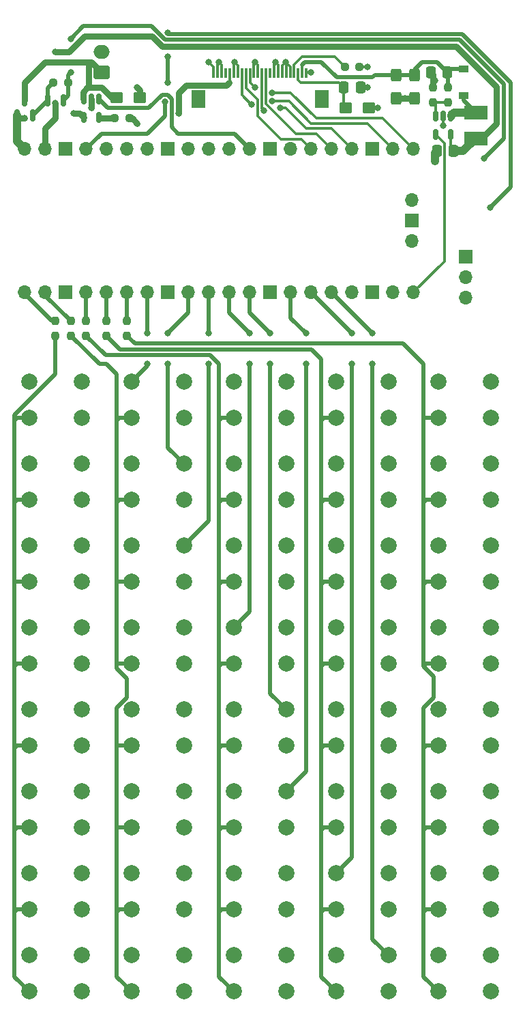
<source format=gbr>
%TF.GenerationSoftware,KiCad,Pcbnew,6.0.5+dfsg-1~bpo11+1*%
%TF.CreationDate,2022-10-03T08:51:32+13:00*%
%TF.ProjectId,ThinCalculator,5468696e-4361-46c6-9375-6c61746f722e,rev?*%
%TF.SameCoordinates,Original*%
%TF.FileFunction,Copper,L1,Top*%
%TF.FilePolarity,Positive*%
%FSLAX46Y46*%
G04 Gerber Fmt 4.6, Leading zero omitted, Abs format (unit mm)*
G04 Created by KiCad (PCBNEW 6.0.5+dfsg-1~bpo11+1) date 2022-10-03 08:51:32*
%MOMM*%
%LPD*%
G01*
G04 APERTURE LIST*
G04 Aperture macros list*
%AMRoundRect*
0 Rectangle with rounded corners*
0 $1 Rounding radius*
0 $2 $3 $4 $5 $6 $7 $8 $9 X,Y pos of 4 corners*
0 Add a 4 corners polygon primitive as box body*
4,1,4,$2,$3,$4,$5,$6,$7,$8,$9,$2,$3,0*
0 Add four circle primitives for the rounded corners*
1,1,$1+$1,$2,$3*
1,1,$1+$1,$4,$5*
1,1,$1+$1,$6,$7*
1,1,$1+$1,$8,$9*
0 Add four rect primitives between the rounded corners*
20,1,$1+$1,$2,$3,$4,$5,0*
20,1,$1+$1,$4,$5,$6,$7,0*
20,1,$1+$1,$6,$7,$8,$9,0*
20,1,$1+$1,$8,$9,$2,$3,0*%
G04 Aperture macros list end*
%TA.AperFunction,ComponentPad*%
%ADD10O,2.000000X1.700000*%
%TD*%
%TA.AperFunction,ComponentPad*%
%ADD11RoundRect,0.250000X0.750000X-0.600000X0.750000X0.600000X-0.750000X0.600000X-0.750000X-0.600000X0*%
%TD*%
%TA.AperFunction,SMDPad,CuDef*%
%ADD12R,0.300000X1.300000*%
%TD*%
%TA.AperFunction,SMDPad,CuDef*%
%ADD13R,1.800000X2.200000*%
%TD*%
%TA.AperFunction,ComponentPad*%
%ADD14R,1.700000X1.700000*%
%TD*%
%TA.AperFunction,ComponentPad*%
%ADD15O,1.700000X1.700000*%
%TD*%
%TA.AperFunction,SMDPad,CuDef*%
%ADD16R,1.200000X0.900000*%
%TD*%
%TA.AperFunction,SMDPad,CuDef*%
%ADD17RoundRect,0.237500X-0.237500X0.250000X-0.237500X-0.250000X0.237500X-0.250000X0.237500X0.250000X0*%
%TD*%
%TA.AperFunction,SMDPad,CuDef*%
%ADD18RoundRect,0.237500X0.237500X-0.250000X0.237500X0.250000X-0.237500X0.250000X-0.237500X-0.250000X0*%
%TD*%
%TA.AperFunction,SMDPad,CuDef*%
%ADD19RoundRect,0.250000X0.337500X0.475000X-0.337500X0.475000X-0.337500X-0.475000X0.337500X-0.475000X0*%
%TD*%
%TA.AperFunction,SMDPad,CuDef*%
%ADD20R,2.900000X1.800000*%
%TD*%
%TA.AperFunction,SMDPad,CuDef*%
%ADD21RoundRect,0.150000X-0.150000X0.512500X-0.150000X-0.512500X0.150000X-0.512500X0.150000X0.512500X0*%
%TD*%
%TA.AperFunction,ComponentPad*%
%ADD22C,2.000000*%
%TD*%
%TA.AperFunction,SMDPad,CuDef*%
%ADD23RoundRect,0.237500X0.250000X0.237500X-0.250000X0.237500X-0.250000X-0.237500X0.250000X-0.237500X0*%
%TD*%
%TA.AperFunction,SMDPad,CuDef*%
%ADD24RoundRect,0.150000X0.150000X-0.587500X0.150000X0.587500X-0.150000X0.587500X-0.150000X-0.587500X0*%
%TD*%
%TA.AperFunction,SMDPad,CuDef*%
%ADD25RoundRect,0.250000X-0.425000X0.537500X-0.425000X-0.537500X0.425000X-0.537500X0.425000X0.537500X0*%
%TD*%
%TA.AperFunction,SMDPad,CuDef*%
%ADD26RoundRect,0.237500X-0.250000X-0.237500X0.250000X-0.237500X0.250000X0.237500X-0.250000X0.237500X0*%
%TD*%
%TA.AperFunction,SMDPad,CuDef*%
%ADD27RoundRect,0.150000X-0.150000X0.587500X-0.150000X-0.587500X0.150000X-0.587500X0.150000X0.587500X0*%
%TD*%
%TA.AperFunction,SMDPad,CuDef*%
%ADD28RoundRect,0.250000X-0.337500X-0.475000X0.337500X-0.475000X0.337500X0.475000X-0.337500X0.475000X0*%
%TD*%
%TA.AperFunction,SMDPad,CuDef*%
%ADD29RoundRect,0.250000X-0.537500X-0.425000X0.537500X-0.425000X0.537500X0.425000X-0.537500X0.425000X0*%
%TD*%
%TA.AperFunction,ViaPad*%
%ADD30C,0.800000*%
%TD*%
%TA.AperFunction,Conductor*%
%ADD31C,0.300000*%
%TD*%
%TA.AperFunction,Conductor*%
%ADD32C,0.500000*%
%TD*%
%TA.AperFunction,Conductor*%
%ADD33C,0.800000*%
%TD*%
%TA.AperFunction,Conductor*%
%ADD34C,1.000000*%
%TD*%
G04 APERTURE END LIST*
D10*
%TO.P,J2,2,Pin_2*%
%TO.N,GND*%
X110226974Y-39781974D03*
D11*
%TO.P,J2,1,Pin_1*%
%TO.N,VBAT*%
X110226974Y-42281974D03*
%TD*%
D12*
%TO.P,U3,1,GND*%
%TO.N,GND*%
X124161974Y-42336974D03*
%TO.P,U3,2,VLSS*%
X124661974Y-42336974D03*
%TO.P,U3,3,VSS*%
X125161974Y-42336974D03*
%TO.P,U3,4,N/C*%
%TO.N,unconnected-(U3-Pad4)*%
X125661974Y-42336974D03*
%TO.P,U3,5,VDD*%
%TO.N,+3V3*%
X126161974Y-42336974D03*
%TO.P,U3,6,BS1*%
%TO.N,GND*%
X126661974Y-42336974D03*
%TO.P,U3,7,BS2*%
X127161974Y-42336974D03*
%TO.P,U3,8,CS#*%
%TO.N,CS*%
X127661974Y-42336974D03*
%TO.P,U3,9,RES#*%
%TO.N,RESET*%
X128161974Y-42336974D03*
%TO.P,U3,10,D/C#*%
%TO.N,DC*%
X128661974Y-42336974D03*
%TO.P,U3,11,R/W#*%
%TO.N,GND*%
X129161974Y-42336974D03*
%TO.P,U3,12,E/RD#*%
X129661974Y-42336974D03*
%TO.P,U3,13,D0/SCK*%
%TO.N,SCK*%
X130161974Y-42336974D03*
%TO.P,U3,14,D1/SDA*%
%TO.N,SDO*%
X130661974Y-42336974D03*
%TO.P,U3,15,D2/SDA*%
%TO.N,unconnected-(U3-Pad15)*%
X131161974Y-42336974D03*
%TO.P,U3,16,D3*%
%TO.N,GND*%
X131661974Y-42336974D03*
%TO.P,U3,17,D4*%
X132161974Y-42336974D03*
%TO.P,U3,18,D5*%
X132661974Y-42336974D03*
%TO.P,U3,19,D6*%
X133161974Y-42336974D03*
%TO.P,U3,20,D7*%
X133661974Y-42336974D03*
%TO.P,U3,21,IREF*%
%TO.N,Net-(R4-Pad2)*%
X134161974Y-42336974D03*
%TO.P,U3,22,VCOM*%
%TO.N,Net-(C5-Pad1)*%
X134661974Y-42336974D03*
%TO.P,U3,23,VOP*%
%TO.N,VOP*%
X135161974Y-42336974D03*
%TO.P,U3,24,GND*%
%TO.N,GND*%
X135661974Y-42336974D03*
D13*
%TO.P,U3,MP*%
%TO.N,N/C*%
X137561974Y-45586974D03*
X122261974Y-45586974D03*
%TD*%
D14*
%TO.P,J1,1,Pin_1*%
%TO.N,Net-(J1-Pad1)*%
X155438974Y-65141974D03*
D15*
%TO.P,J1,2,Pin_2*%
%TO.N,GND*%
X155438974Y-67681974D03*
%TO.P,J1,3,Pin_3*%
%TO.N,Net-(J1-Pad3)*%
X155438974Y-70221974D03*
%TD*%
D16*
%TO.P,D1,1,K*%
%TO.N,VOP*%
X155184974Y-41901974D03*
%TO.P,D1,2,A*%
%TO.N,Net-(D1-Pad2)*%
X155184974Y-45201974D03*
%TD*%
D17*
%TO.P,R1,1*%
%TO.N,VOP*%
X153279974Y-44163474D03*
%TO.P,R1,2*%
%TO.N,Net-(R1-Pad2)*%
X153279974Y-45988474D03*
%TD*%
D18*
%TO.P,R2,1*%
%TO.N,Net-(R1-Pad2)*%
X151374974Y-45988474D03*
%TO.P,R2,2*%
%TO.N,GND*%
X151374974Y-44163474D03*
%TD*%
D19*
%TO.P,C1,1*%
%TO.N,VSYS*%
X153936474Y-52060974D03*
%TO.P,C1,2*%
%TO.N,GND*%
X151861474Y-52060974D03*
%TD*%
D20*
%TO.P,L1,1,1*%
%TO.N,VSYS*%
X156708974Y-50485974D03*
%TO.P,L1,2,2*%
%TO.N,Net-(D1-Pad2)*%
X156708974Y-47285974D03*
%TD*%
D19*
%TO.P,C2,1*%
%TO.N,VOP*%
X153174474Y-42281974D03*
%TO.P,C2,2*%
%TO.N,GND*%
X151099474Y-42281974D03*
%TD*%
D21*
%TO.P,U1,1,SW*%
%TO.N,Net-(D1-Pad2)*%
X153594974Y-47748474D03*
%TO.P,U1,2,GND*%
%TO.N,GND*%
X152644974Y-47748474D03*
%TO.P,U1,3,FB*%
%TO.N,Net-(R1-Pad2)*%
X151694974Y-47748474D03*
%TO.P,U1,4,~{SHDN}*%
%TO.N,OLED_POWER_EN*%
X151694974Y-50023474D03*
%TO.P,U1,5,IN*%
%TO.N,VSYS*%
X153594974Y-50023474D03*
%TD*%
D22*
%TO.P,SW41,1,1*%
%TO.N,ROW8*%
X158561974Y-151791974D03*
X152061974Y-151791974D03*
%TO.P,SW41,2,2*%
%TO.N,Net-(R6-Pad2)*%
X158561974Y-156291974D03*
X152061974Y-156291974D03*
%TD*%
%TO.P,SW40,1,1*%
%TO.N,ROW7*%
X158561974Y-141631974D03*
X152061974Y-141631974D03*
%TO.P,SW40,2,2*%
%TO.N,Net-(R6-Pad2)*%
X158561974Y-146131974D03*
X152061974Y-146131974D03*
%TD*%
%TO.P,SW39,1,1*%
%TO.N,ROW6*%
X158561974Y-131471974D03*
X152061974Y-131471974D03*
%TO.P,SW39,2,2*%
%TO.N,Net-(R6-Pad2)*%
X158561974Y-135971974D03*
X152061974Y-135971974D03*
%TD*%
%TO.P,SW38,1,1*%
%TO.N,ROW5*%
X158561974Y-121311974D03*
X152061974Y-121311974D03*
%TO.P,SW38,2,2*%
%TO.N,Net-(R6-Pad2)*%
X158561974Y-125811974D03*
X152061974Y-125811974D03*
%TD*%
%TO.P,SW37,1,1*%
%TO.N,ROW4*%
X158561974Y-111151974D03*
X152061974Y-111151974D03*
%TO.P,SW37,2,2*%
%TO.N,Net-(R6-Pad2)*%
X158561974Y-115651974D03*
X152061974Y-115651974D03*
%TD*%
%TO.P,SW36,1,1*%
%TO.N,ROW3*%
X158561974Y-100991974D03*
X152061974Y-100991974D03*
%TO.P,SW36,2,2*%
%TO.N,Net-(R6-Pad2)*%
X158561974Y-105491974D03*
X152061974Y-105491974D03*
%TD*%
%TO.P,SW35,1,1*%
%TO.N,ROW2*%
X158561974Y-90831974D03*
X152061974Y-90831974D03*
%TO.P,SW35,2,2*%
%TO.N,Net-(R6-Pad2)*%
X158561974Y-95331974D03*
X152061974Y-95331974D03*
%TD*%
%TO.P,SW34,1,1*%
%TO.N,ROW1*%
X158561974Y-80671974D03*
X152061974Y-80671974D03*
%TO.P,SW34,2,2*%
%TO.N,Net-(R6-Pad2)*%
X158561974Y-85171974D03*
X152061974Y-85171974D03*
%TD*%
%TO.P,SW33,1,1*%
%TO.N,ROW8*%
X145861974Y-151791974D03*
X139361974Y-151791974D03*
%TO.P,SW33,2,2*%
%TO.N,Net-(R9-Pad2)*%
X145861974Y-156291974D03*
X139361974Y-156291974D03*
%TD*%
%TO.P,SW32,1,1*%
%TO.N,ROW7*%
X145861974Y-141631974D03*
X139361974Y-141631974D03*
%TO.P,SW32,2,2*%
%TO.N,Net-(R9-Pad2)*%
X145861974Y-146131974D03*
X139361974Y-146131974D03*
%TD*%
%TO.P,SW31,1,1*%
%TO.N,ROW6*%
X145861974Y-131471974D03*
X139361974Y-131471974D03*
%TO.P,SW31,2,2*%
%TO.N,Net-(R9-Pad2)*%
X145861974Y-135971974D03*
X139361974Y-135971974D03*
%TD*%
%TO.P,SW30,1,1*%
%TO.N,ROW5*%
X145861974Y-121311974D03*
X139361974Y-121311974D03*
%TO.P,SW30,2,2*%
%TO.N,Net-(R9-Pad2)*%
X145861974Y-125811974D03*
X139361974Y-125811974D03*
%TD*%
%TO.P,SW29,1,1*%
%TO.N,ROW4*%
X145861974Y-111151974D03*
X139361974Y-111151974D03*
%TO.P,SW29,2,2*%
%TO.N,Net-(R9-Pad2)*%
X145861974Y-115651974D03*
X139361974Y-115651974D03*
%TD*%
%TO.P,SW28,1,1*%
%TO.N,ROW3*%
X145861974Y-100991974D03*
X139361974Y-100991974D03*
%TO.P,SW28,2,2*%
%TO.N,Net-(R9-Pad2)*%
X145861974Y-105491974D03*
X139361974Y-105491974D03*
%TD*%
%TO.P,SW27,1,1*%
%TO.N,ROW2*%
X145861974Y-90831974D03*
X139361974Y-90831974D03*
%TO.P,SW27,2,2*%
%TO.N,Net-(R9-Pad2)*%
X145861974Y-95331974D03*
X139361974Y-95331974D03*
%TD*%
%TO.P,SW26,1,1*%
%TO.N,ROW1*%
X145861974Y-80671974D03*
X139361974Y-80671974D03*
%TO.P,SW26,2,2*%
%TO.N,Net-(R9-Pad2)*%
X145861974Y-85171974D03*
X139361974Y-85171974D03*
%TD*%
%TO.P,SW25,1,1*%
%TO.N,ROW8*%
X133161974Y-151791974D03*
X126661974Y-151791974D03*
%TO.P,SW25,2,2*%
%TO.N,Net-(R7-Pad2)*%
X133161974Y-156291974D03*
X126661974Y-156291974D03*
%TD*%
%TO.P,SW24,1,1*%
%TO.N,ROW7*%
X133161974Y-141631974D03*
X126661974Y-141631974D03*
%TO.P,SW24,2,2*%
%TO.N,Net-(R7-Pad2)*%
X133161974Y-146131974D03*
X126661974Y-146131974D03*
%TD*%
%TO.P,SW23,1,1*%
%TO.N,ROW6*%
X133161974Y-131471974D03*
X126661974Y-131471974D03*
%TO.P,SW23,2,2*%
%TO.N,Net-(R7-Pad2)*%
X133161974Y-135971974D03*
X126661974Y-135971974D03*
%TD*%
%TO.P,SW22,1,1*%
%TO.N,ROW5*%
X133161974Y-121311974D03*
X126661974Y-121311974D03*
%TO.P,SW22,2,2*%
%TO.N,Net-(R7-Pad2)*%
X133161974Y-125811974D03*
X126661974Y-125811974D03*
%TD*%
%TO.P,SW21,1,1*%
%TO.N,ROW4*%
X133161974Y-111151974D03*
X126661974Y-111151974D03*
%TO.P,SW21,2,2*%
%TO.N,Net-(R7-Pad2)*%
X133161974Y-115651974D03*
X126661974Y-115651974D03*
%TD*%
%TO.P,SW20,1,1*%
%TO.N,ROW3*%
X133161974Y-100991974D03*
X126661974Y-100991974D03*
%TO.P,SW20,2,2*%
%TO.N,Net-(R7-Pad2)*%
X133161974Y-105491974D03*
X126661974Y-105491974D03*
%TD*%
%TO.P,SW19,1,1*%
%TO.N,ROW2*%
X133161974Y-90831974D03*
X126661974Y-90831974D03*
%TO.P,SW19,2,2*%
%TO.N,Net-(R7-Pad2)*%
X133161974Y-95331974D03*
X126661974Y-95331974D03*
%TD*%
%TO.P,SW18,1,1*%
%TO.N,ROW1*%
X133161974Y-80671974D03*
X126661974Y-80671974D03*
%TO.P,SW18,2,2*%
%TO.N,Net-(R7-Pad2)*%
X133161974Y-85171974D03*
X126661974Y-85171974D03*
%TD*%
%TO.P,SW17,1,1*%
%TO.N,ROW8*%
X120461974Y-151791974D03*
X113961974Y-151791974D03*
%TO.P,SW17,2,2*%
%TO.N,Net-(R10-Pad2)*%
X120461974Y-156291974D03*
X113961974Y-156291974D03*
%TD*%
%TO.P,SW16,1,1*%
%TO.N,ROW7*%
X120461974Y-141631974D03*
X113961974Y-141631974D03*
%TO.P,SW16,2,2*%
%TO.N,Net-(R10-Pad2)*%
X120461974Y-146131974D03*
X113961974Y-146131974D03*
%TD*%
%TO.P,SW15,1,1*%
%TO.N,ROW6*%
X120461974Y-131471974D03*
X113961974Y-131471974D03*
%TO.P,SW15,2,2*%
%TO.N,Net-(R10-Pad2)*%
X120461974Y-135971974D03*
X113961974Y-135971974D03*
%TD*%
%TO.P,SW14,1,1*%
%TO.N,ROW5*%
X120461974Y-121311974D03*
X113961974Y-121311974D03*
%TO.P,SW14,2,2*%
%TO.N,Net-(R10-Pad2)*%
X120461974Y-125811974D03*
X113961974Y-125811974D03*
%TD*%
%TO.P,SW13,1,1*%
%TO.N,ROW4*%
X120461974Y-111151974D03*
X113961974Y-111151974D03*
%TO.P,SW13,2,2*%
%TO.N,Net-(R10-Pad2)*%
X120461974Y-115651974D03*
X113961974Y-115651974D03*
%TD*%
%TO.P,SW12,1,1*%
%TO.N,ROW3*%
X120461974Y-100991974D03*
X113961974Y-100991974D03*
%TO.P,SW12,2,2*%
%TO.N,Net-(R10-Pad2)*%
X120461974Y-105491974D03*
X113961974Y-105491974D03*
%TD*%
%TO.P,SW11,1,1*%
%TO.N,ROW2*%
X120461974Y-90831974D03*
X113961974Y-90831974D03*
%TO.P,SW11,2,2*%
%TO.N,Net-(R10-Pad2)*%
X120461974Y-95331974D03*
X113961974Y-95331974D03*
%TD*%
%TO.P,SW10,1,1*%
%TO.N,ROW1*%
X120461974Y-80671974D03*
X113961974Y-80671974D03*
%TO.P,SW10,2,2*%
%TO.N,Net-(R10-Pad2)*%
X120461974Y-85171974D03*
X113961974Y-85171974D03*
%TD*%
%TO.P,SW9,1,1*%
%TO.N,ROW8*%
X107761974Y-151791974D03*
X101261974Y-151791974D03*
%TO.P,SW9,2,2*%
%TO.N,Net-(R8-Pad2)*%
X107761974Y-156291974D03*
X101261974Y-156291974D03*
%TD*%
%TO.P,SW8,1,1*%
%TO.N,ROW7*%
X107761974Y-141631974D03*
X101261974Y-141631974D03*
%TO.P,SW8,2,2*%
%TO.N,Net-(R8-Pad2)*%
X107761974Y-146131974D03*
X101261974Y-146131974D03*
%TD*%
%TO.P,SW7,1,1*%
%TO.N,ROW6*%
X107761974Y-131471974D03*
X101261974Y-131471974D03*
%TO.P,SW7,2,2*%
%TO.N,Net-(R8-Pad2)*%
X107761974Y-135971974D03*
X101261974Y-135971974D03*
%TD*%
%TO.P,SW6,1,1*%
%TO.N,ROW5*%
X107761974Y-121311974D03*
X101261974Y-121311974D03*
%TO.P,SW6,2,2*%
%TO.N,Net-(R8-Pad2)*%
X107761974Y-125811974D03*
X101261974Y-125811974D03*
%TD*%
%TO.P,SW5,1,1*%
%TO.N,ROW4*%
X107761974Y-111151974D03*
X101261974Y-111151974D03*
%TO.P,SW5,2,2*%
%TO.N,Net-(R8-Pad2)*%
X107761974Y-115651974D03*
X101261974Y-115651974D03*
%TD*%
%TO.P,SW4,1,1*%
%TO.N,ROW3*%
X107761974Y-100991974D03*
X101261974Y-100991974D03*
%TO.P,SW4,2,2*%
%TO.N,Net-(R8-Pad2)*%
X107761974Y-105491974D03*
X101261974Y-105491974D03*
%TD*%
%TO.P,SW3,1,1*%
%TO.N,ROW2*%
X107761974Y-90831974D03*
X101261974Y-90831974D03*
%TO.P,SW3,2,2*%
%TO.N,Net-(R8-Pad2)*%
X107761974Y-95331974D03*
X101261974Y-95331974D03*
%TD*%
%TO.P,SW2,1,1*%
%TO.N,ROW1*%
X107761974Y-80671974D03*
X101261974Y-80671974D03*
%TO.P,SW2,2,2*%
%TO.N,Net-(R8-Pad2)*%
X107761974Y-85171974D03*
X101261974Y-85171974D03*
%TD*%
D23*
%TO.P,R4,1*%
%TO.N,GND*%
X142254474Y-41646974D03*
%TO.P,R4,2*%
%TO.N,Net-(R4-Pad2)*%
X140429474Y-41646974D03*
%TD*%
%TO.P,R3,1*%
%TO.N,Net-(Q1-Pad1)*%
X106059474Y-43551974D03*
%TO.P,R3,2*%
%TO.N,Net-(Q1-Pad2)*%
X104234474Y-43551974D03*
%TD*%
D24*
%TO.P,Q2,3,D*%
%TO.N,VBAT*%
X100701974Y-45789474D03*
%TO.P,Q2,2,S*%
%TO.N,Net-(Q1-Pad2)*%
X101651974Y-47664474D03*
%TO.P,Q2,1,G*%
%TO.N,VBUS*%
X99751974Y-47664474D03*
%TD*%
D25*
%TO.P,C4,1*%
%TO.N,VOP*%
X146802974Y-42622474D03*
%TO.P,C4,2*%
%TO.N,GND*%
X146802974Y-45497474D03*
%TD*%
D26*
%TO.P,R5,1*%
%TO.N,Net-(R5-Pad1)*%
X111854474Y-47996974D03*
%TO.P,R5,2*%
%TO.N,GND*%
X113679474Y-47996974D03*
%TD*%
D17*
%TO.P,R10,1*%
%TO.N,COL2*%
X106416974Y-73119474D03*
%TO.P,R10,2*%
%TO.N,Net-(R10-Pad2)*%
X106416974Y-74944474D03*
%TD*%
%TO.P,R6,1*%
%TO.N,COL5*%
X113401974Y-73119474D03*
%TO.P,R6,2*%
%TO.N,Net-(R6-Pad2)*%
X113401974Y-74944474D03*
%TD*%
%TO.P,R7,1*%
%TO.N,COL3*%
X108321974Y-73119474D03*
%TO.P,R7,2*%
%TO.N,Net-(R7-Pad2)*%
X108321974Y-74944474D03*
%TD*%
D21*
%TO.P,U4,1,STAT*%
%TO.N,BAT_STAT*%
X109906974Y-45589474D03*
%TO.P,U4,2,VSS*%
%TO.N,GND*%
X108956974Y-45589474D03*
%TO.P,U4,3,VBAT*%
%TO.N,VBAT*%
X108006974Y-45589474D03*
%TO.P,U4,4,VDD*%
%TO.N,VBUS*%
X108006974Y-47864474D03*
%TO.P,U4,5,PROG*%
%TO.N,Net-(R5-Pad1)*%
X109906974Y-47864474D03*
%TD*%
D17*
%TO.P,R8,1*%
%TO.N,COL1*%
X104511974Y-73119474D03*
%TO.P,R8,2*%
%TO.N,Net-(R8-Pad2)*%
X104511974Y-74944474D03*
%TD*%
%TO.P,R9,1*%
%TO.N,COL4*%
X110861974Y-73119474D03*
%TO.P,R9,2*%
%TO.N,Net-(R9-Pad2)*%
X110861974Y-74944474D03*
%TD*%
D27*
%TO.P,Q1,1,G*%
%TO.N,Net-(Q1-Pad1)*%
X105461974Y-45789474D03*
%TO.P,Q1,2,S*%
%TO.N,Net-(Q1-Pad2)*%
X103561974Y-45789474D03*
%TO.P,Q1,3,D*%
%TO.N,VSYS*%
X104511974Y-47664474D03*
%TD*%
D28*
%TO.P,C6,1*%
%TO.N,Net-(C5-Pad1)*%
X140304474Y-44186974D03*
%TO.P,C6,2*%
%TO.N,GND*%
X142379474Y-44186974D03*
%TD*%
D15*
%TO.P,U2,1,GPIO0*%
%TO.N,COL1*%
X100701974Y-69586974D03*
%TO.P,U2,2,GPIO1*%
%TO.N,COL2*%
X103241974Y-69586974D03*
D14*
%TO.P,U2,3,GND*%
%TO.N,GND*%
X105781974Y-69586974D03*
D15*
%TO.P,U2,4,GPIO2*%
%TO.N,COL3*%
X108321974Y-69586974D03*
%TO.P,U2,5,GPIO3*%
%TO.N,COL4*%
X110861974Y-69586974D03*
%TO.P,U2,6,GPIO4*%
%TO.N,COL5*%
X113401974Y-69586974D03*
%TO.P,U2,7,GPIO5*%
%TO.N,ROW1*%
X115941974Y-69586974D03*
D14*
%TO.P,U2,8,GND*%
%TO.N,GND*%
X118481974Y-69586974D03*
D15*
%TO.P,U2,9,GPIO6*%
%TO.N,ROW2*%
X121021974Y-69586974D03*
%TO.P,U2,10,GPIO7*%
%TO.N,ROW3*%
X123561974Y-69586974D03*
%TO.P,U2,11,GPIO8*%
%TO.N,ROW4*%
X126101974Y-69586974D03*
%TO.P,U2,12,GPIO9*%
%TO.N,ROW5*%
X128641974Y-69586974D03*
D14*
%TO.P,U2,13,GND*%
%TO.N,GND*%
X131181974Y-69586974D03*
D15*
%TO.P,U2,14,GPIO10*%
%TO.N,ROW6*%
X133721974Y-69586974D03*
%TO.P,U2,15,GPIO11*%
%TO.N,ROW7*%
X136261974Y-69586974D03*
%TO.P,U2,16,GPIO12*%
%TO.N,ROW8*%
X138801974Y-69586974D03*
%TO.P,U2,17,GPIO13*%
%TO.N,unconnected-(U2-Pad17)*%
X141341974Y-69586974D03*
D14*
%TO.P,U2,18,GND*%
%TO.N,GND*%
X143881974Y-69586974D03*
D15*
%TO.P,U2,19,GPIO14*%
%TO.N,unconnected-(U2-Pad19)*%
X146421974Y-69586974D03*
%TO.P,U2,20,GPIO15*%
%TO.N,OLED_POWER_EN*%
X148961974Y-69586974D03*
%TO.P,U2,21,GPIO16*%
%TO.N,DC*%
X148961974Y-51806974D03*
%TO.P,U2,22,GPIO17*%
%TO.N,CS*%
X146421974Y-51806974D03*
D14*
%TO.P,U2,23,GND*%
%TO.N,GND*%
X143881974Y-51806974D03*
D15*
%TO.P,U2,24,GPIO18*%
%TO.N,SCK*%
X141341974Y-51806974D03*
%TO.P,U2,25,GPIO19*%
%TO.N,SDO*%
X138801974Y-51806974D03*
%TO.P,U2,26,GPIO20*%
%TO.N,RESET*%
X136261974Y-51806974D03*
%TO.P,U2,27,GPIO21*%
%TO.N,unconnected-(U2-Pad27)*%
X133721974Y-51806974D03*
D14*
%TO.P,U2,28,GND*%
%TO.N,GND*%
X131181974Y-51806974D03*
D15*
%TO.P,U2,29,GPIO22*%
%TO.N,BAT_STAT*%
X128641974Y-51806974D03*
%TO.P,U2,30,RUN*%
%TO.N,unconnected-(U2-Pad30)*%
X126101974Y-51806974D03*
%TO.P,U2,31,GPIO26_ADC0*%
%TO.N,unconnected-(U2-Pad31)*%
X123561974Y-51806974D03*
%TO.P,U2,32,GPIO27_ADC1*%
%TO.N,unconnected-(U2-Pad32)*%
X121021974Y-51806974D03*
D14*
%TO.P,U2,33,AGND*%
%TO.N,GND*%
X118481974Y-51806974D03*
D15*
%TO.P,U2,34,GPIO28_ADC2*%
%TO.N,unconnected-(U2-Pad34)*%
X115941974Y-51806974D03*
%TO.P,U2,35,ADC_VREF*%
%TO.N,unconnected-(U2-Pad35)*%
X113401974Y-51806974D03*
%TO.P,U2,36,3V3*%
%TO.N,+3V3*%
X110861974Y-51806974D03*
%TO.P,U2,37,3V3_EN*%
%TO.N,~{POWER_EN}*%
X108321974Y-51806974D03*
D14*
%TO.P,U2,38,GND*%
%TO.N,GND*%
X105781974Y-51806974D03*
D15*
%TO.P,U2,39,VSYS*%
%TO.N,VSYS*%
X103241974Y-51806974D03*
%TO.P,U2,40,VBUS*%
%TO.N,VBUS*%
X100701974Y-51806974D03*
%TO.P,U2,41,SWCLK*%
%TO.N,Net-(J1-Pad3)*%
X148731974Y-63236974D03*
D14*
%TO.P,U2,42,GND*%
%TO.N,GND*%
X148731974Y-60696974D03*
D15*
%TO.P,U2,43,SWDIO*%
%TO.N,Net-(J1-Pad1)*%
X148731974Y-58156974D03*
%TD*%
D29*
%TO.P,C5,1*%
%TO.N,Net-(C5-Pad1)*%
X140539474Y-46726974D03*
%TO.P,C5,2*%
%TO.N,GND*%
X143414474Y-46726974D03*
%TD*%
D25*
%TO.P,C3,1*%
%TO.N,VOP*%
X149088974Y-42622474D03*
%TO.P,C3,2*%
%TO.N,GND*%
X149088974Y-45497474D03*
%TD*%
D29*
%TO.P,C7,1*%
%TO.N,VBAT*%
X112131974Y-45456974D03*
%TO.P,C7,2*%
%TO.N,GND*%
X115006974Y-45456974D03*
%TD*%
D30*
%TO.N,Net-(Q1-Pad1)*%
X157724974Y-52949974D03*
%TO.N,~{POWER_EN}*%
X158486974Y-59045974D03*
%TO.N,GND*%
X151607474Y-43276474D03*
X147905474Y-45497474D03*
X152644974Y-48885974D03*
X151607474Y-53330974D03*
%TO.N,~{POWER_EN}*%
X118481974Y-37407954D03*
X118481974Y-40376974D03*
X118481974Y-43551974D03*
%TO.N,Net-(Q1-Pad1)*%
X106416974Y-38107474D03*
%TO.N,ROW1*%
X115941974Y-74666974D03*
X115941974Y-78476974D03*
%TO.N,ROW2*%
X118481974Y-78476974D03*
X118481974Y-74666974D03*
%TO.N,ROW3*%
X123561974Y-78476974D03*
X123561974Y-74666974D03*
%TO.N,ROW4*%
X128641974Y-78476974D03*
X128641974Y-74666974D03*
%TO.N,ROW5*%
X131181974Y-78476974D03*
X131181974Y-74666974D03*
%TO.N,ROW6*%
X135626974Y-78476974D03*
X135626974Y-74666974D03*
%TO.N,ROW7*%
X141341974Y-74666974D03*
X141341974Y-78476974D03*
%TO.N,ROW8*%
X143881974Y-78476974D03*
X143881974Y-74666974D03*
%TO.N,Net-(Q1-Pad1)*%
X106416974Y-42281974D03*
%TO.N,VBUS*%
X106781474Y-47361974D03*
X100701974Y-47996974D03*
%TO.N,GND*%
X123561974Y-41011974D03*
X124831974Y-41011974D03*
X144516974Y-46726974D03*
X136261974Y-42281974D03*
X133086974Y-41011974D03*
X131816974Y-41011974D03*
X108956974Y-46726974D03*
X129276974Y-41011974D03*
X143246974Y-41646974D03*
X114671974Y-48631974D03*
X143246974Y-44186974D03*
X126736974Y-41011974D03*
X114671974Y-44186974D03*
%TO.N,+3V3*%
X119801298Y-47361974D03*
%TO.N,VSYS*%
X104511974Y-39741974D03*
X104511974Y-46091974D03*
%TO.N,~{POWER_EN}*%
X118102287Y-45926787D03*
%TO.N,DC*%
X131411474Y-44821974D03*
X129280818Y-44186974D03*
%TO.N,CS*%
X131411474Y-45879497D03*
X128912954Y-46268737D03*
%TO.N,SCK*%
X132451974Y-46726974D03*
X130416984Y-47021938D03*
%TD*%
D31*
%TO.N,Net-(R4-Pad2)*%
X140429474Y-41646974D02*
X139159474Y-40376974D01*
X139159474Y-40376974D02*
X135122952Y-40376974D01*
X135122952Y-40376974D02*
X134161974Y-41337952D01*
X134161974Y-41337952D02*
X134161974Y-42336974D01*
D32*
%TO.N,Net-(R10-Pad2)*%
X112131974Y-95621974D02*
X112131974Y-116196934D01*
X112131974Y-116196934D02*
X113401974Y-117466934D01*
X113401974Y-117466934D02*
X113401974Y-119822055D01*
X113401974Y-119822055D02*
X112131974Y-121092055D01*
X112131974Y-121092055D02*
X112131974Y-146421974D01*
D33*
%TO.N,GND*%
X114671974Y-44186974D02*
X115006974Y-44521974D01*
X115006974Y-44521974D02*
X115006974Y-45456974D01*
D32*
%TO.N,Net-(Q1-Pad1)*%
X106416974Y-38107474D02*
X107957474Y-36566974D01*
X107957474Y-36566974D02*
X116439603Y-36566974D01*
X116439603Y-36566974D02*
X118130083Y-38257454D01*
X160177474Y-43718474D02*
X160177474Y-50497474D01*
X118130083Y-38257454D02*
X154716454Y-38257454D01*
X154716454Y-38257454D02*
X160177474Y-43718474D01*
X160177474Y-50497474D02*
X157724974Y-52949974D01*
D33*
%TO.N,VSYS*%
X104511974Y-39741974D02*
X106195997Y-39741974D01*
X106195997Y-39741974D02*
X108100997Y-37836974D01*
X108100997Y-37836974D02*
X116508201Y-37836974D01*
X116508201Y-37836974D02*
X117778201Y-39106974D01*
X117778201Y-39106974D02*
X154295974Y-39106974D01*
X154295974Y-39106974D02*
X159248974Y-44059974D01*
X159248974Y-48631974D02*
X157394974Y-50485974D01*
X159248974Y-44059974D02*
X159248974Y-48631974D01*
%TO.N,VBAT*%
X110226974Y-42281974D02*
X108956974Y-41011974D01*
X108956974Y-41011974D02*
X103241974Y-41011974D01*
X103241974Y-41011974D02*
X100701974Y-43551974D01*
X100701974Y-43551974D02*
X100701974Y-45789474D01*
D32*
%TO.N,~{POWER_EN}*%
X161026974Y-56505974D02*
X158486974Y-59045974D01*
X161026974Y-43578704D02*
X161026974Y-56505974D01*
X155006204Y-37557934D02*
X161026974Y-43578704D01*
X118631954Y-37557934D02*
X155006204Y-37557934D01*
X118481974Y-37407954D02*
X118631954Y-37557934D01*
%TO.N,Net-(R6-Pad2)*%
X150231974Y-115941974D02*
X151501974Y-117211974D01*
X151501974Y-117211974D02*
X151501974Y-119822055D01*
X151501974Y-119822055D02*
X150231974Y-121092055D01*
X150231974Y-121092055D02*
X150231974Y-126101974D01*
%TO.N,Net-(R10-Pad2)*%
X112131974Y-146421974D02*
X112131974Y-154461974D01*
X112131974Y-154461974D02*
X113961974Y-156291974D01*
%TO.N,Net-(R6-Pad2)*%
X150231974Y-146421974D02*
X150231974Y-154461974D01*
X150231974Y-154461974D02*
X152061974Y-156291974D01*
X113401974Y-74944474D02*
X114394474Y-75936974D01*
X114394474Y-75936974D02*
X147691974Y-75936974D01*
X147691974Y-75936974D02*
X150231974Y-78476974D01*
X150231974Y-78476974D02*
X150231974Y-95621974D01*
%TO.N,Net-(R10-Pad2)*%
X112131974Y-85461974D02*
X112131974Y-95621974D01*
D31*
%TO.N,GND*%
X133661974Y-41586974D02*
X133086974Y-41011974D01*
X133086974Y-41011974D02*
X133161974Y-41086974D01*
X133086974Y-41011974D02*
X132661974Y-41436974D01*
X132661974Y-41436974D02*
X132661974Y-42336974D01*
X133161974Y-41086974D02*
X133161974Y-42336974D01*
X131661974Y-42336974D02*
X131661974Y-41166974D01*
%TO.N,VOP*%
X135161974Y-42336974D02*
X135161974Y-41337952D01*
%TO.N,+3V3*%
X126161974Y-42336974D02*
X126161974Y-43491974D01*
X126161974Y-43491974D02*
X126067463Y-43586485D01*
D33*
X119801298Y-47361974D02*
X119801298Y-44848628D01*
X120762463Y-43887463D02*
X125766485Y-43887463D01*
X119801298Y-44848628D02*
X120762463Y-43887463D01*
X125766485Y-43887463D02*
X126067463Y-43586485D01*
D31*
%TO.N,Net-(R1-Pad2)*%
X151694974Y-47748474D02*
X151694974Y-46308474D01*
%TO.N,GND*%
X152644974Y-47748474D02*
X152644974Y-48885974D01*
%TO.N,OLED_POWER_EN*%
X152798494Y-51126994D02*
X152798494Y-65750454D01*
%TO.N,Net-(R1-Pad2)*%
X151694974Y-46308474D02*
X151374974Y-45988474D01*
%TO.N,OLED_POWER_EN*%
X151694974Y-50023474D02*
X152798494Y-51126994D01*
X152798494Y-65750454D02*
X148961974Y-69586974D01*
%TO.N,VSYS*%
X153594974Y-50023474D02*
X153594974Y-51973474D01*
D32*
%TO.N,Net-(D1-Pad2)*%
X155184974Y-45761974D02*
X156708974Y-47285974D01*
D34*
X154004974Y-47285974D02*
X153644494Y-47646454D01*
%TO.N,VSYS*%
X153936474Y-52060974D02*
X155133974Y-52060974D01*
X155133974Y-52060974D02*
X156708974Y-50485974D01*
%TO.N,Net-(D1-Pad2)*%
X156708974Y-47285974D02*
X154004974Y-47285974D01*
D32*
X155184974Y-45201974D02*
X155184974Y-45761974D01*
D34*
X153644494Y-47646454D02*
X153644494Y-47748474D01*
D32*
%TO.N,VOP*%
X155184974Y-41901974D02*
X153554474Y-41901974D01*
X153554474Y-41901974D02*
X153174474Y-42281974D01*
X153174474Y-42281974D02*
X151904474Y-41011974D01*
D33*
%TO.N,GND*%
X151374974Y-42557474D02*
X151374974Y-44163474D01*
D32*
%TO.N,VOP*%
X151904474Y-41011974D02*
X150021224Y-41011974D01*
X150021224Y-41011974D02*
X149088974Y-41944224D01*
X149088974Y-41944224D02*
X149088974Y-42622474D01*
X153279974Y-44163474D02*
X153279974Y-42387474D01*
D33*
%TO.N,GND*%
X151099474Y-42281974D02*
X151374974Y-42557474D01*
D34*
X151607474Y-53330974D02*
X151607474Y-52314974D01*
X151607474Y-52314974D02*
X151861474Y-52060974D01*
D32*
%TO.N,Net-(R10-Pad2)*%
X110861974Y-78476974D02*
X112131974Y-79746974D01*
%TO.N,VOP*%
X143881974Y-42916974D02*
X144176474Y-42622474D01*
X144176474Y-42622474D02*
X146802974Y-42622474D01*
D33*
%TO.N,GND*%
X149088974Y-45497474D02*
X146802974Y-45497474D01*
D32*
%TO.N,VOP*%
X149088974Y-42622474D02*
X146802974Y-42622474D01*
D31*
%TO.N,Net-(R1-Pad2)*%
X153279974Y-45988474D02*
X151374974Y-45988474D01*
D32*
%TO.N,VOP*%
X135161974Y-41337952D02*
X135487952Y-41011974D01*
X139436974Y-42916974D02*
X143881974Y-42916974D01*
X135487952Y-41011974D02*
X137531974Y-41011974D01*
X137531974Y-41011974D02*
X139436974Y-42916974D01*
%TO.N,~{POWER_EN}*%
X118481974Y-43551974D02*
X118481974Y-40376974D01*
%TO.N,Net-(Q1-Pad1)*%
X106059474Y-42639474D02*
X106416974Y-42281974D01*
X106059474Y-43551974D02*
X106059474Y-42639474D01*
%TO.N,ROW1*%
X115941974Y-78691974D02*
X113961974Y-80671974D01*
X115941974Y-78476974D02*
X115941974Y-78691974D01*
X115941974Y-69586974D02*
X115941974Y-74666974D01*
%TO.N,COL1*%
X104055724Y-73119474D02*
X104511974Y-73119474D01*
X100701974Y-69765724D02*
X104055724Y-73119474D01*
%TO.N,ROW2*%
X118481974Y-88851974D02*
X120461974Y-90831974D01*
X121021974Y-72126974D02*
X121021974Y-69586974D01*
X118481974Y-74666974D02*
X121021974Y-72126974D01*
X118481974Y-78476974D02*
X118481974Y-88851974D01*
%TO.N,ROW3*%
X123561974Y-78476974D02*
X123561974Y-97891974D01*
X123561974Y-69586974D02*
X123561974Y-74666974D01*
X123561974Y-97891974D02*
X120461974Y-100991974D01*
%TO.N,ROW4*%
X128641974Y-109171974D02*
X126661974Y-111151974D01*
X128641974Y-78476974D02*
X128641974Y-109171974D01*
X128641974Y-74666974D02*
X126101974Y-72126974D01*
X126101974Y-72126974D02*
X126101974Y-69586974D01*
%TO.N,ROW5*%
X131181974Y-78476974D02*
X131181974Y-119331974D01*
X131181974Y-74666974D02*
X128641974Y-72126974D01*
X131181974Y-119331974D02*
X133161974Y-121311974D01*
X128641974Y-72126974D02*
X128641974Y-69586974D01*
%TO.N,ROW6*%
X135626974Y-129006974D02*
X133161974Y-131471974D01*
X133721974Y-72761974D02*
X133721974Y-69586974D01*
X135626974Y-78476974D02*
X135626974Y-129006974D01*
X135626974Y-74666974D02*
X133721974Y-72761974D01*
%TO.N,ROW7*%
X141341974Y-78476974D02*
X141341974Y-139651974D01*
X141341974Y-74666974D02*
X136261974Y-69586974D01*
X141341974Y-139651974D02*
X139361974Y-141631974D01*
%TO.N,ROW8*%
X143881974Y-149811974D02*
X145861974Y-151791974D01*
X143881974Y-74666974D02*
X138801974Y-69586974D01*
X143881974Y-78476974D02*
X143881974Y-149811974D01*
%TO.N,COL2*%
X103241974Y-69944474D02*
X106416974Y-73119474D01*
%TO.N,COL3*%
X108321974Y-69586974D02*
X108321974Y-73119474D01*
%TO.N,COL4*%
X110861974Y-69586974D02*
X110861974Y-73119474D01*
%TO.N,COL5*%
X113401974Y-69586974D02*
X113401974Y-73119474D01*
D31*
%TO.N,Net-(C5-Pad1)*%
X134661974Y-42336974D02*
X134661974Y-43221974D01*
X134661974Y-43221974D02*
X134991974Y-43551974D01*
X140304474Y-44186974D02*
X140304474Y-46491974D01*
X139669474Y-43551974D02*
X140304474Y-44186974D01*
X134991974Y-43551974D02*
X139669474Y-43551974D01*
D32*
%TO.N,Net-(Q1-Pad1)*%
X105461974Y-45789474D02*
X106059474Y-45191974D01*
X106059474Y-45191974D02*
X106059474Y-43551974D01*
D33*
%TO.N,VBUS*%
X107504474Y-47361974D02*
X108006974Y-47864474D01*
D34*
X99751974Y-50856974D02*
X100701974Y-51806974D01*
D33*
X106781474Y-47361974D02*
X107504474Y-47361974D01*
X100084474Y-47996974D02*
X99751974Y-47664474D01*
X100701974Y-47996974D02*
X100084474Y-47996974D01*
D34*
X99751974Y-47664474D02*
X99751974Y-50856974D01*
D31*
%TO.N,GND*%
X124161974Y-42336974D02*
X124161974Y-41611974D01*
X124661974Y-42336974D02*
X124661974Y-41181974D01*
X143246974Y-44186974D02*
X142379474Y-44186974D01*
X133661974Y-42336974D02*
X133661974Y-41586974D01*
X124161974Y-41611974D02*
X123561974Y-41011974D01*
X129161974Y-41126974D02*
X129276974Y-41011974D01*
D33*
X114036974Y-47996974D02*
X113679474Y-47996974D01*
D31*
X126661974Y-41086974D02*
X126736974Y-41011974D01*
X132161974Y-42336974D02*
X132161974Y-41356974D01*
X125161974Y-41341974D02*
X124831974Y-41011974D01*
X129161974Y-42336974D02*
X129161974Y-41126974D01*
D33*
X108956974Y-45589474D02*
X108956974Y-46726974D01*
D31*
X124161974Y-42336974D02*
X124161974Y-41681974D01*
X143246974Y-41646974D02*
X142254474Y-41646974D01*
X126661974Y-42336974D02*
X126661974Y-41086974D01*
X129661974Y-42336974D02*
X129661974Y-41396974D01*
X135716974Y-42281974D02*
X135661974Y-42336974D01*
X143414474Y-46726974D02*
X144516974Y-46726974D01*
X125161974Y-42336974D02*
X125161974Y-41341974D01*
X131661974Y-41166974D02*
X131816974Y-41011974D01*
X124661974Y-41181974D02*
X124831974Y-41011974D01*
X132161974Y-41356974D02*
X131816974Y-41011974D01*
X127161974Y-41436974D02*
X126736974Y-41011974D01*
X136261974Y-42281974D02*
X135716974Y-42281974D01*
X129661974Y-41396974D02*
X129276974Y-41011974D01*
D33*
X114671974Y-48631974D02*
X114036974Y-47996974D01*
D31*
X127161974Y-42336974D02*
X127161974Y-41436974D01*
D32*
%TO.N,Net-(R6-Pad2)*%
X152061974Y-105491974D02*
X150521974Y-105491974D01*
X150231974Y-95621974D02*
X150231974Y-105781974D01*
X152061974Y-135971974D02*
X150521974Y-135971974D01*
X152061974Y-146131974D02*
X150521974Y-146131974D01*
X152061974Y-95331974D02*
X150521974Y-95331974D01*
X152061974Y-115651974D02*
X150521974Y-115651974D01*
X150521974Y-115651974D02*
X150231974Y-115941974D01*
X150231974Y-105781974D02*
X150231974Y-115941974D01*
X150231974Y-136261974D02*
X150231974Y-146421974D01*
X150521974Y-135971974D02*
X150231974Y-136261974D01*
X150231974Y-126101974D02*
X150231974Y-136261974D01*
X150521974Y-95331974D02*
X150231974Y-95621974D01*
X150521974Y-125811974D02*
X150231974Y-126101974D01*
X152061974Y-125811974D02*
X150521974Y-125811974D01*
X150521974Y-146131974D02*
X150231974Y-146421974D01*
X152061974Y-85171974D02*
X150521974Y-85171974D01*
X150521974Y-105491974D02*
X150231974Y-105781974D01*
D33*
%TO.N,VSYS*%
X104511974Y-46091974D02*
X104511974Y-47664474D01*
X103241974Y-51806974D02*
X103241974Y-49266974D01*
X103241974Y-49266974D02*
X104511974Y-47996974D01*
X104511974Y-47996974D02*
X104511974Y-47664474D01*
%TO.N,VBAT*%
X108641974Y-44181993D02*
X110221974Y-44181993D01*
X110221974Y-44181993D02*
X111496955Y-45456974D01*
X107957454Y-44727472D02*
X107957454Y-45589474D01*
X108641974Y-44181993D02*
X108641974Y-41326974D01*
X108502933Y-44181993D02*
X107957454Y-44727472D01*
X108641974Y-44181993D02*
X108502933Y-44181993D01*
X111496955Y-45456974D02*
X112131974Y-45456974D01*
D32*
%TO.N,Net-(Q1-Pad2)*%
X101686974Y-47664474D02*
X103561974Y-45789474D01*
X103561974Y-44224474D02*
X104234474Y-43551974D01*
X103561974Y-45789474D02*
X103561974Y-44224474D01*
D33*
%TO.N,Net-(R5-Pad1)*%
X110039474Y-47996974D02*
X109906974Y-47864474D01*
X111854474Y-47996974D02*
X110039474Y-47996974D01*
D32*
%TO.N,Net-(R7-Pad2)*%
X125121974Y-135971974D02*
X124831974Y-136261974D01*
X125121974Y-125811974D02*
X124831974Y-126101974D01*
X126661974Y-135971974D02*
X125121974Y-135971974D01*
X124831974Y-95621974D02*
X124831974Y-105781974D01*
X123691014Y-77336014D02*
X124831974Y-78476974D01*
X126661974Y-146131974D02*
X125121974Y-146131974D01*
X126661974Y-95331974D02*
X125121974Y-95331974D01*
X110713514Y-77336014D02*
X123691014Y-77336014D01*
X125121974Y-85171974D02*
X124831974Y-85461974D01*
X125121974Y-146131974D02*
X124831974Y-146421974D01*
X125121974Y-115651974D02*
X124831974Y-115941974D01*
X124831974Y-136261974D02*
X124831974Y-146421974D01*
X126661974Y-125811974D02*
X125121974Y-125811974D01*
X124831974Y-126101974D02*
X124831974Y-136261974D01*
X124831974Y-115941974D02*
X124831974Y-126101974D01*
X108321974Y-74944474D02*
X110713514Y-77336014D01*
X124831974Y-85461974D02*
X124831974Y-95621974D01*
X126661974Y-115651974D02*
X125121974Y-115651974D01*
X124831974Y-154461974D02*
X126661974Y-156291974D01*
X125121974Y-105491974D02*
X124831974Y-105781974D01*
X126661974Y-85171974D02*
X125121974Y-85171974D01*
X125121974Y-95331974D02*
X124831974Y-95621974D01*
X126661974Y-105491974D02*
X125121974Y-105491974D01*
X124831974Y-78476974D02*
X124831974Y-85461974D01*
X124831974Y-146421974D02*
X124831974Y-154461974D01*
X124831974Y-105781974D02*
X124831974Y-115941974D01*
%TO.N,BAT_STAT*%
X116100724Y-46726974D02*
X117750422Y-45077276D01*
X119751974Y-49901974D02*
X126736974Y-49901974D01*
X118454167Y-45077276D02*
X118951798Y-45574907D01*
X126736974Y-49901974D02*
X128641974Y-51806974D01*
X118951798Y-49101798D02*
X119751974Y-49901974D01*
X118951798Y-45574907D02*
X118951798Y-49101798D01*
X111044474Y-46726974D02*
X116100724Y-46726974D01*
X109906974Y-45589474D02*
X111044474Y-46726974D01*
X117750422Y-45077276D02*
X118454167Y-45077276D01*
%TO.N,Net-(R8-Pad2)*%
X99431974Y-154461974D02*
X101261974Y-156291974D01*
X99431974Y-85461974D02*
X99431974Y-95621974D01*
X101261974Y-85171974D02*
X99721974Y-85171974D01*
X99431974Y-84826974D02*
X104511974Y-79746974D01*
X99431974Y-146421974D02*
X99431974Y-154461974D01*
X99721974Y-135971974D02*
X99431974Y-136261974D01*
X99721974Y-146131974D02*
X99431974Y-146421974D01*
X101261974Y-115651974D02*
X99721974Y-115651974D01*
X101261974Y-125811974D02*
X99721974Y-125811974D01*
X99721974Y-125811974D02*
X99431974Y-126101974D01*
X99431974Y-136261974D02*
X99431974Y-146421974D01*
X101261974Y-135971974D02*
X99721974Y-135971974D01*
X99721974Y-95331974D02*
X99431974Y-95621974D01*
X99431974Y-95621974D02*
X99431974Y-115941974D01*
X99721974Y-85171974D02*
X99431974Y-85461974D01*
X99431974Y-115941974D02*
X99431974Y-126101974D01*
X101261974Y-95331974D02*
X99721974Y-95331974D01*
X101261974Y-105491974D02*
X99721974Y-105491974D01*
X99721974Y-115651974D02*
X99431974Y-115941974D01*
X101261974Y-146131974D02*
X99721974Y-146131974D01*
X99431974Y-126101974D02*
X99431974Y-136261974D01*
X99431974Y-85461974D02*
X99431974Y-84826974D01*
X104511974Y-79746974D02*
X104511974Y-74944474D01*
%TO.N,Net-(R9-Pad2)*%
X139361974Y-85171974D02*
X137821974Y-85171974D01*
X137821974Y-146131974D02*
X137531974Y-146421974D01*
X137531974Y-85461974D02*
X137531974Y-77841974D01*
X139361974Y-146131974D02*
X137821974Y-146131974D01*
X139361974Y-125811974D02*
X137821974Y-125811974D01*
X139361974Y-135971974D02*
X137821974Y-135971974D01*
X137531974Y-95621974D02*
X137531974Y-105781974D01*
X137531974Y-115941974D02*
X137531974Y-126101974D01*
X137531974Y-146421974D02*
X137531974Y-154461974D01*
X137821974Y-125811974D02*
X137531974Y-126101974D01*
X139361974Y-115651974D02*
X137821974Y-115651974D01*
X137531974Y-126101974D02*
X137531974Y-136261974D01*
X137531974Y-105781974D02*
X137531974Y-115941974D01*
X112553994Y-76636494D02*
X110861974Y-74944474D01*
X137531974Y-77841974D02*
X136326494Y-76636494D01*
X136326494Y-76636494D02*
X112553994Y-76636494D01*
X137821974Y-95331974D02*
X137531974Y-95621974D01*
X137531974Y-136261974D02*
X137531974Y-146421974D01*
X137531974Y-154461974D02*
X139361974Y-156291974D01*
X139361974Y-95331974D02*
X137821974Y-95331974D01*
X139361974Y-105491974D02*
X137821974Y-105491974D01*
X137821974Y-135971974D02*
X137531974Y-136261974D01*
X137821974Y-115651974D02*
X137531974Y-115941974D01*
X137531974Y-85461974D02*
X137531974Y-95621974D01*
X137821974Y-85171974D02*
X137531974Y-85461974D01*
X137821974Y-105491974D02*
X137531974Y-105781974D01*
%TO.N,Net-(R10-Pad2)*%
X112131974Y-85461974D02*
X112131974Y-79746974D01*
X113961974Y-115651974D02*
X112421974Y-115651974D01*
X113961974Y-125811974D02*
X112421974Y-125811974D01*
X109949474Y-78476974D02*
X106416974Y-74944474D01*
X112421974Y-85171974D02*
X112131974Y-85461974D01*
X113961974Y-146131974D02*
X112421974Y-146131974D01*
X113961974Y-85171974D02*
X112421974Y-85171974D01*
X113961974Y-135971974D02*
X112421974Y-135971974D01*
X110861974Y-78476974D02*
X109949474Y-78476974D01*
X112421974Y-95331974D02*
X112131974Y-95621974D01*
X112421974Y-146131974D02*
X112131974Y-146421974D01*
X113961974Y-105491974D02*
X112421974Y-105491974D01*
X113961974Y-95331974D02*
X112421974Y-95331974D01*
%TO.N,~{POWER_EN}*%
X110226974Y-49901974D02*
X108321974Y-51806974D01*
X115941974Y-49901974D02*
X110226974Y-49901974D01*
X118102287Y-45926787D02*
X118102287Y-47741661D01*
X118102287Y-47741661D02*
X115941974Y-49901974D01*
D31*
%TO.N,DC*%
X131411474Y-44821974D02*
X133721974Y-44821974D01*
X145151974Y-47996974D02*
X148961974Y-51806974D01*
X136896974Y-47996974D02*
X145151974Y-47996974D01*
X133721974Y-44821974D02*
X136896974Y-47996974D01*
X129280818Y-44186974D02*
X128661974Y-43568130D01*
X128661974Y-43568130D02*
X128661974Y-42336974D01*
%TO.N,CS*%
X128912954Y-46268737D02*
X128818737Y-46268737D01*
X133509497Y-45879497D02*
X136261974Y-48631974D01*
X136261974Y-48631974D02*
X143246974Y-48631974D01*
X128818737Y-46268737D02*
X127661974Y-45111974D01*
X131411474Y-45879497D02*
X133509497Y-45879497D01*
X127661974Y-45111974D02*
X127661974Y-42336974D01*
X143246974Y-48631974D02*
X146421974Y-51806974D01*
%TO.N,SCK*%
X130416984Y-47021938D02*
X130161974Y-46766928D01*
X133086974Y-46726974D02*
X135626974Y-49266974D01*
X132451974Y-46726974D02*
X133086974Y-46726974D01*
X130161974Y-46766928D02*
X130161974Y-42336974D01*
X138801974Y-49266974D02*
X141341974Y-51806974D01*
X135626974Y-49266974D02*
X138801974Y-49266974D01*
%TO.N,RESET*%
X128161974Y-42336974D02*
X128161974Y-44208294D01*
X129662454Y-45708774D02*
X129662454Y-47747454D01*
X132522463Y-50607463D02*
X135062463Y-50607463D01*
X129662454Y-47747454D02*
X132522463Y-50607463D01*
X135062463Y-50607463D02*
X136261974Y-51806974D01*
X128161974Y-44208294D02*
X129662454Y-45708774D01*
%TO.N,SDO*%
X130661974Y-46206974D02*
X134356974Y-49901974D01*
X134356974Y-49901974D02*
X136896974Y-49901974D01*
X130661974Y-42336974D02*
X130661974Y-46206974D01*
X136896974Y-49901974D02*
X138801974Y-51806974D01*
%TD*%
M02*

</source>
